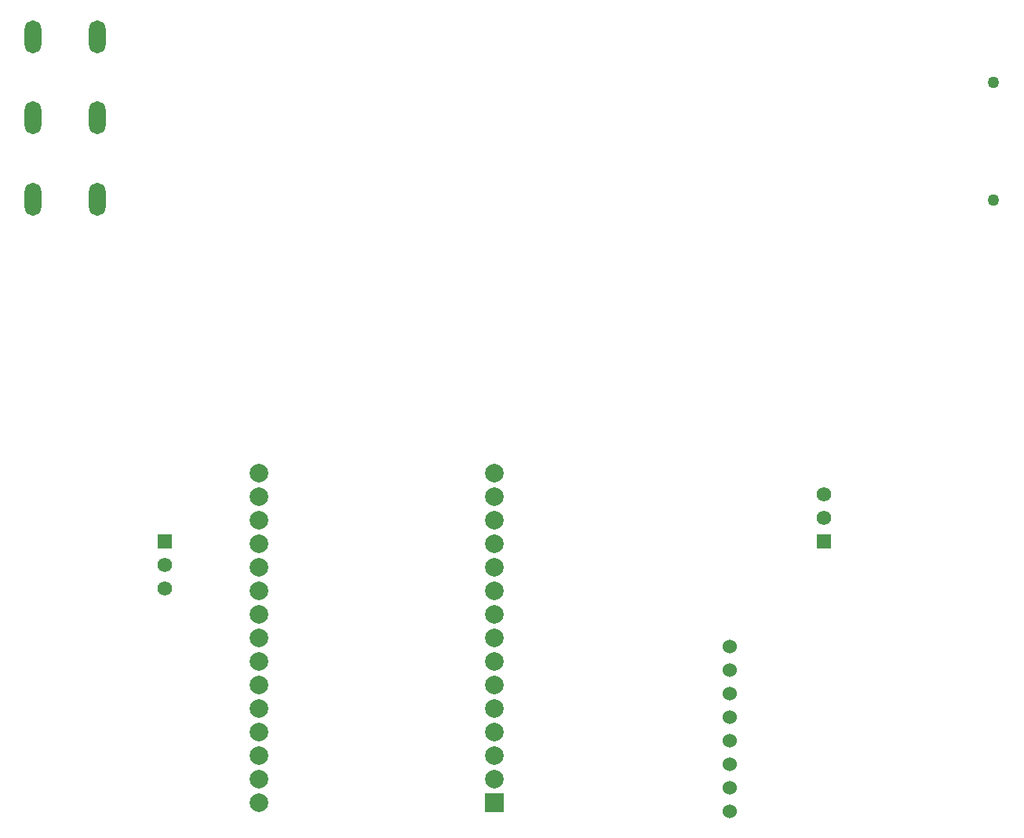
<source format=gbr>
%TF.GenerationSoftware,KiCad,Pcbnew,8.0.6*%
%TF.CreationDate,2025-01-02T10:31:56+08:00*%
%TF.ProjectId,qms_wearables,716d735f-7765-4617-9261-626c65732e6b,rev?*%
%TF.SameCoordinates,Original*%
%TF.FileFunction,Copper,L1,Top*%
%TF.FilePolarity,Positive*%
%FSLAX46Y46*%
G04 Gerber Fmt 4.6, Leading zero omitted, Abs format (unit mm)*
G04 Created by KiCad (PCBNEW 8.0.6) date 2025-01-02 10:31:56*
%MOMM*%
%LPD*%
G01*
G04 APERTURE LIST*
%TA.AperFunction,ComponentPad*%
%ADD10C,1.524000*%
%TD*%
%TA.AperFunction,ComponentPad*%
%ADD11R,1.560000X1.560000*%
%TD*%
%TA.AperFunction,ComponentPad*%
%ADD12C,1.560000*%
%TD*%
%TA.AperFunction,ComponentPad*%
%ADD13R,2.000000X2.000000*%
%TD*%
%TA.AperFunction,ComponentPad*%
%ADD14C,2.000000*%
%TD*%
%TA.AperFunction,ComponentPad*%
%ADD15C,1.263000*%
%TD*%
%TA.AperFunction,ComponentPad*%
%ADD16O,1.785000X3.570000*%
%TD*%
G04 APERTURE END LIST*
D10*
%TO.P,U2,1,VCC*%
%TO.N,+3.3V*%
X157480000Y-133223000D03*
%TO.P,U2,2,GND*%
%TO.N,GND*%
X157480000Y-130683000D03*
%TO.P,U2,3,SCL*%
%TO.N,Net-(U1-D22)*%
X157480000Y-128143000D03*
%TO.P,U2,4,SDA*%
%TO.N,Net-(U1-D21)*%
X157480000Y-125603000D03*
%TO.P,U2,5,XDA*%
%TO.N,unconnected-(U2-XDA-Pad5)*%
X157480000Y-123063000D03*
%TO.P,U2,6,XCL*%
%TO.N,unconnected-(U2-XCL-Pad6)*%
X157480000Y-120523000D03*
%TO.P,U2,7,ADD*%
%TO.N,unconnected-(U2-ADD-Pad7)*%
X157480000Y-117983000D03*
%TO.P,U2,8,INT*%
%TO.N,unconnected-(U2-INT-Pad8)*%
X157480000Y-115443000D03*
%TD*%
D11*
%TO.P,P1,1,SIGNAL*%
%TO.N,Net-(P1-SIGNAL)*%
X96520000Y-104140000D03*
D12*
%TO.P,P1,2,V+*%
%TO.N,+3.3V*%
X96520000Y-106680000D03*
%TO.P,P1,3,GND*%
%TO.N,GND*%
X96520000Y-109220000D03*
%TD*%
D13*
%TO.P,U1,1,3V3*%
%TO.N,+3.3V*%
X132080000Y-132355000D03*
D14*
%TO.P,U1,2,GND*%
%TO.N,GND*%
X132080000Y-129815000D03*
%TO.P,U1,3,D15*%
%TO.N,unconnected-(U1-D15-Pad3)*%
X132080000Y-127275000D03*
%TO.P,U1,4,D2*%
%TO.N,unconnected-(U1-D2-Pad4)*%
X132080000Y-124735000D03*
%TO.P,U1,5,D4*%
%TO.N,unconnected-(U1-D4-Pad5)*%
X132080000Y-122195000D03*
%TO.P,U1,6,RX2*%
%TO.N,unconnected-(U1-RX2-Pad6)*%
X132080000Y-119655000D03*
%TO.P,U1,7,TX2*%
%TO.N,unconnected-(U1-TX2-Pad7)*%
X132080000Y-117115000D03*
%TO.P,U1,8,D5*%
%TO.N,unconnected-(U1-D5-Pad8)*%
X132080000Y-114575000D03*
%TO.P,U1,9,D18*%
%TO.N,unconnected-(U1-D18-Pad9)*%
X132080000Y-112035000D03*
%TO.P,U1,10,D19*%
%TO.N,unconnected-(U1-D19-Pad10)*%
X132080000Y-109495000D03*
%TO.P,U1,11,D21*%
%TO.N,Net-(U1-D21)*%
X132080000Y-106955000D03*
%TO.P,U1,12,RX0*%
%TO.N,unconnected-(U1-RX0-Pad12)*%
X132080000Y-104415000D03*
%TO.P,U1,13,TX0*%
%TO.N,unconnected-(U1-TX0-Pad13)*%
X132080000Y-101875000D03*
%TO.P,U1,14,D22*%
%TO.N,Net-(U1-D22)*%
X132080000Y-99335000D03*
%TO.P,U1,15,D23*%
%TO.N,Net-(P2-SIGNAL)*%
X132080000Y-96795000D03*
%TO.P,U1,16,EN*%
%TO.N,unconnected-(U1-EN-Pad16)*%
X106680000Y-96795000D03*
%TO.P,U1,17,VP*%
%TO.N,unconnected-(U1-VP-Pad17)*%
X106680000Y-99335000D03*
%TO.P,U1,18,VN*%
%TO.N,unconnected-(U1-VN-Pad18)*%
X106680000Y-101875000D03*
%TO.P,U1,19,D34*%
%TO.N,Net-(P1-SIGNAL)*%
X106680000Y-104415000D03*
%TO.P,U1,20,D35*%
%TO.N,unconnected-(U1-D35-Pad20)*%
X106680000Y-106955000D03*
%TO.P,U1,21,D32*%
%TO.N,unconnected-(U1-D32-Pad21)*%
X106680000Y-109495000D03*
%TO.P,U1,22,D33*%
%TO.N,unconnected-(U1-D33-Pad22)*%
X106680000Y-112035000D03*
%TO.P,U1,23,D25*%
%TO.N,unconnected-(U1-D25-Pad23)*%
X106680000Y-114575000D03*
%TO.P,U1,24,D26*%
%TO.N,unconnected-(U1-D26-Pad24)*%
X106680000Y-117115000D03*
%TO.P,U1,25,D27*%
%TO.N,unconnected-(U1-D27-Pad25)*%
X106680000Y-119655000D03*
%TO.P,U1,26,D14*%
%TO.N,unconnected-(U1-D14-Pad26)*%
X106680000Y-122195000D03*
%TO.P,U1,27,D12*%
%TO.N,unconnected-(U1-D12-Pad27)*%
X106680000Y-124735000D03*
%TO.P,U1,28,D13*%
%TO.N,unconnected-(U1-D13-Pad28)*%
X106680000Y-127275000D03*
%TO.P,U1,29,GND*%
%TO.N,GND*%
X106680000Y-129815000D03*
%TO.P,U1,30,VIN*%
%TO.N,Net-(U1-VIN)*%
X106680000Y-132355000D03*
%TD*%
D11*
%TO.P,P2,1,SIGNAL*%
%TO.N,Net-(P2-SIGNAL)*%
X167640000Y-104140000D03*
D12*
%TO.P,P2,2,V+*%
%TO.N,+3.3V*%
X167640000Y-101600000D03*
%TO.P,P2,3,GND*%
%TO.N,GND*%
X167640000Y-99060000D03*
%TD*%
D15*
%TO.P,BT1,+*%
%TO.N,Net-(BT1-Pad+)*%
X185921750Y-67310000D03*
%TO.P,BT1,-*%
%TO.N,GND*%
X185921750Y-54610000D03*
%TD*%
D16*
%TO.P,J1,1*%
%TO.N,unconnected-(J1-Pad1)*%
X82235000Y-67180000D03*
%TO.P,J1,2*%
%TO.N,unconnected-(J1-Pad2)*%
X82235000Y-58420000D03*
%TO.P,J1,3*%
%TO.N,unconnected-(J1-Pad3)*%
X82235000Y-49660000D03*
%TO.P,J1,4*%
%TO.N,Net-(U1-VIN)*%
X89220000Y-67180000D03*
%TO.P,J1,5*%
%TO.N,Net-(BT1-Pad+)*%
X89220000Y-58420000D03*
%TO.P,J1,6*%
%TO.N,unconnected-(J1-Pad6)*%
X89220000Y-49660000D03*
%TD*%
M02*

</source>
